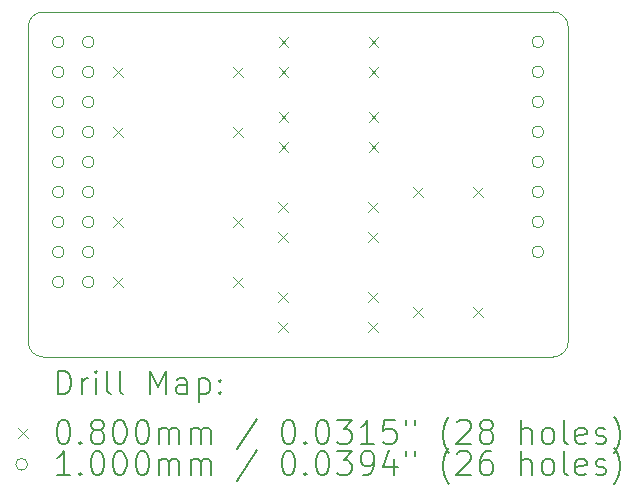
<source format=gbr>
%FSLAX45Y45*%
G04 Gerber Fmt 4.5, Leading zero omitted, Abs format (unit mm)*
G04 Created by KiCad (PCBNEW (6.0.5)) date 2022-06-14 20:53:04*
%MOMM*%
%LPD*%
G01*
G04 APERTURE LIST*
%TA.AperFunction,Profile*%
%ADD10C,0.100000*%
%TD*%
%ADD11C,0.200000*%
%ADD12C,0.080000*%
%ADD13C,0.100000*%
G04 APERTURE END LIST*
D10*
X7366000Y-2667000D02*
G75*
G03*
X7239000Y-2540000I-127000J0D01*
G01*
X7239000Y-2540000D02*
X2921000Y-2540000D01*
X7239000Y-5461000D02*
G75*
G03*
X7366000Y-5334000I0J127000D01*
G01*
X2794000Y-5334000D02*
G75*
G03*
X2921000Y-5461000I127000J0D01*
G01*
X2921000Y-5461000D02*
X7239000Y-5461000D01*
X2921000Y-2540000D02*
G75*
G03*
X2794000Y-2667000I0J-127000D01*
G01*
X7366000Y-5334000D02*
X7366000Y-2667000D01*
X2794000Y-2667000D02*
X2794000Y-5334000D01*
D11*
D12*
X3516000Y-3008000D02*
X3596000Y-3088000D01*
X3596000Y-3008000D02*
X3516000Y-3088000D01*
X3516000Y-3516000D02*
X3596000Y-3596000D01*
X3596000Y-3516000D02*
X3516000Y-3596000D01*
X3516000Y-4278000D02*
X3596000Y-4358000D01*
X3596000Y-4278000D02*
X3516000Y-4358000D01*
X3516000Y-4786000D02*
X3596000Y-4866000D01*
X3596000Y-4786000D02*
X3516000Y-4866000D01*
X4532000Y-3008000D02*
X4612000Y-3088000D01*
X4612000Y-3008000D02*
X4532000Y-3088000D01*
X4532000Y-3516000D02*
X4612000Y-3596000D01*
X4612000Y-3516000D02*
X4532000Y-3596000D01*
X4532000Y-4278000D02*
X4612000Y-4358000D01*
X4612000Y-4278000D02*
X4532000Y-4358000D01*
X4532000Y-4786000D02*
X4612000Y-4866000D01*
X4612000Y-4786000D02*
X4532000Y-4866000D01*
X4912000Y-4151500D02*
X4992000Y-4231500D01*
X4992000Y-4151500D02*
X4912000Y-4231500D01*
X4912000Y-4405500D02*
X4992000Y-4485500D01*
X4992000Y-4405500D02*
X4912000Y-4485500D01*
X4912000Y-4913500D02*
X4992000Y-4993500D01*
X4992000Y-4913500D02*
X4912000Y-4993500D01*
X4912000Y-5167500D02*
X4992000Y-5247500D01*
X4992000Y-5167500D02*
X4912000Y-5247500D01*
X4914000Y-2754000D02*
X4994000Y-2834000D01*
X4994000Y-2754000D02*
X4914000Y-2834000D01*
X4914000Y-3008000D02*
X4994000Y-3088000D01*
X4994000Y-3008000D02*
X4914000Y-3088000D01*
X4914000Y-3388500D02*
X4994000Y-3468500D01*
X4994000Y-3388500D02*
X4914000Y-3468500D01*
X4914000Y-3642500D02*
X4994000Y-3722500D01*
X4994000Y-3642500D02*
X4914000Y-3722500D01*
X5674000Y-4151500D02*
X5754000Y-4231500D01*
X5754000Y-4151500D02*
X5674000Y-4231500D01*
X5674000Y-4405500D02*
X5754000Y-4485500D01*
X5754000Y-4405500D02*
X5674000Y-4485500D01*
X5674000Y-4913500D02*
X5754000Y-4993500D01*
X5754000Y-4913500D02*
X5674000Y-4993500D01*
X5674000Y-5167500D02*
X5754000Y-5247500D01*
X5754000Y-5167500D02*
X5674000Y-5247500D01*
X5676000Y-2754000D02*
X5756000Y-2834000D01*
X5756000Y-2754000D02*
X5676000Y-2834000D01*
X5676000Y-3008000D02*
X5756000Y-3088000D01*
X5756000Y-3008000D02*
X5676000Y-3088000D01*
X5676000Y-3388500D02*
X5756000Y-3468500D01*
X5756000Y-3388500D02*
X5676000Y-3468500D01*
X5676000Y-3642500D02*
X5756000Y-3722500D01*
X5756000Y-3642500D02*
X5676000Y-3722500D01*
X6056000Y-4024000D02*
X6136000Y-4104000D01*
X6136000Y-4024000D02*
X6056000Y-4104000D01*
X6056000Y-5040000D02*
X6136000Y-5120000D01*
X6136000Y-5040000D02*
X6056000Y-5120000D01*
X6564000Y-4024000D02*
X6644000Y-4104000D01*
X6644000Y-4024000D02*
X6564000Y-4104000D01*
X6564000Y-5040000D02*
X6644000Y-5120000D01*
X6644000Y-5040000D02*
X6564000Y-5120000D01*
D13*
X3098000Y-2795000D02*
G75*
G03*
X3098000Y-2795000I-50000J0D01*
G01*
X3098000Y-3049000D02*
G75*
G03*
X3098000Y-3049000I-50000J0D01*
G01*
X3098000Y-3303000D02*
G75*
G03*
X3098000Y-3303000I-50000J0D01*
G01*
X3098000Y-3557000D02*
G75*
G03*
X3098000Y-3557000I-50000J0D01*
G01*
X3098000Y-3811000D02*
G75*
G03*
X3098000Y-3811000I-50000J0D01*
G01*
X3098000Y-4065000D02*
G75*
G03*
X3098000Y-4065000I-50000J0D01*
G01*
X3098000Y-4319000D02*
G75*
G03*
X3098000Y-4319000I-50000J0D01*
G01*
X3098000Y-4573000D02*
G75*
G03*
X3098000Y-4573000I-50000J0D01*
G01*
X3098000Y-4827000D02*
G75*
G03*
X3098000Y-4827000I-50000J0D01*
G01*
X3352000Y-2795000D02*
G75*
G03*
X3352000Y-2795000I-50000J0D01*
G01*
X3352000Y-3049000D02*
G75*
G03*
X3352000Y-3049000I-50000J0D01*
G01*
X3352000Y-3303000D02*
G75*
G03*
X3352000Y-3303000I-50000J0D01*
G01*
X3352000Y-3557000D02*
G75*
G03*
X3352000Y-3557000I-50000J0D01*
G01*
X3352000Y-3811000D02*
G75*
G03*
X3352000Y-3811000I-50000J0D01*
G01*
X3352000Y-4065000D02*
G75*
G03*
X3352000Y-4065000I-50000J0D01*
G01*
X3352000Y-4319000D02*
G75*
G03*
X3352000Y-4319000I-50000J0D01*
G01*
X3352000Y-4573000D02*
G75*
G03*
X3352000Y-4573000I-50000J0D01*
G01*
X3352000Y-4827000D02*
G75*
G03*
X3352000Y-4827000I-50000J0D01*
G01*
X7159500Y-2794000D02*
G75*
G03*
X7159500Y-2794000I-50000J0D01*
G01*
X7159500Y-3048000D02*
G75*
G03*
X7159500Y-3048000I-50000J0D01*
G01*
X7159500Y-3302000D02*
G75*
G03*
X7159500Y-3302000I-50000J0D01*
G01*
X7159500Y-3556000D02*
G75*
G03*
X7159500Y-3556000I-50000J0D01*
G01*
X7159500Y-3810000D02*
G75*
G03*
X7159500Y-3810000I-50000J0D01*
G01*
X7159500Y-4064000D02*
G75*
G03*
X7159500Y-4064000I-50000J0D01*
G01*
X7159500Y-4318000D02*
G75*
G03*
X7159500Y-4318000I-50000J0D01*
G01*
X7159500Y-4572000D02*
G75*
G03*
X7159500Y-4572000I-50000J0D01*
G01*
D11*
X3046619Y-5776476D02*
X3046619Y-5576476D01*
X3094238Y-5576476D01*
X3122809Y-5586000D01*
X3141857Y-5605048D01*
X3151381Y-5624095D01*
X3160905Y-5662190D01*
X3160905Y-5690762D01*
X3151381Y-5728857D01*
X3141857Y-5747905D01*
X3122809Y-5766952D01*
X3094238Y-5776476D01*
X3046619Y-5776476D01*
X3246619Y-5776476D02*
X3246619Y-5643143D01*
X3246619Y-5681238D02*
X3256143Y-5662190D01*
X3265667Y-5652667D01*
X3284714Y-5643143D01*
X3303762Y-5643143D01*
X3370428Y-5776476D02*
X3370428Y-5643143D01*
X3370428Y-5576476D02*
X3360905Y-5586000D01*
X3370428Y-5595524D01*
X3379952Y-5586000D01*
X3370428Y-5576476D01*
X3370428Y-5595524D01*
X3494238Y-5776476D02*
X3475190Y-5766952D01*
X3465667Y-5747905D01*
X3465667Y-5576476D01*
X3599000Y-5776476D02*
X3579952Y-5766952D01*
X3570428Y-5747905D01*
X3570428Y-5576476D01*
X3827571Y-5776476D02*
X3827571Y-5576476D01*
X3894238Y-5719333D01*
X3960905Y-5576476D01*
X3960905Y-5776476D01*
X4141857Y-5776476D02*
X4141857Y-5671714D01*
X4132333Y-5652667D01*
X4113286Y-5643143D01*
X4075190Y-5643143D01*
X4056143Y-5652667D01*
X4141857Y-5766952D02*
X4122809Y-5776476D01*
X4075190Y-5776476D01*
X4056143Y-5766952D01*
X4046619Y-5747905D01*
X4046619Y-5728857D01*
X4056143Y-5709809D01*
X4075190Y-5700286D01*
X4122809Y-5700286D01*
X4141857Y-5690762D01*
X4237095Y-5643143D02*
X4237095Y-5843143D01*
X4237095Y-5652667D02*
X4256143Y-5643143D01*
X4294238Y-5643143D01*
X4313286Y-5652667D01*
X4322810Y-5662190D01*
X4332333Y-5681238D01*
X4332333Y-5738381D01*
X4322810Y-5757428D01*
X4313286Y-5766952D01*
X4294238Y-5776476D01*
X4256143Y-5776476D01*
X4237095Y-5766952D01*
X4418048Y-5757428D02*
X4427571Y-5766952D01*
X4418048Y-5776476D01*
X4408524Y-5766952D01*
X4418048Y-5757428D01*
X4418048Y-5776476D01*
X4418048Y-5652667D02*
X4427571Y-5662190D01*
X4418048Y-5671714D01*
X4408524Y-5662190D01*
X4418048Y-5652667D01*
X4418048Y-5671714D01*
D12*
X2709000Y-6066000D02*
X2789000Y-6146000D01*
X2789000Y-6066000D02*
X2709000Y-6146000D01*
D11*
X3084714Y-5996476D02*
X3103762Y-5996476D01*
X3122809Y-6006000D01*
X3132333Y-6015524D01*
X3141857Y-6034571D01*
X3151381Y-6072667D01*
X3151381Y-6120286D01*
X3141857Y-6158381D01*
X3132333Y-6177428D01*
X3122809Y-6186952D01*
X3103762Y-6196476D01*
X3084714Y-6196476D01*
X3065667Y-6186952D01*
X3056143Y-6177428D01*
X3046619Y-6158381D01*
X3037095Y-6120286D01*
X3037095Y-6072667D01*
X3046619Y-6034571D01*
X3056143Y-6015524D01*
X3065667Y-6006000D01*
X3084714Y-5996476D01*
X3237095Y-6177428D02*
X3246619Y-6186952D01*
X3237095Y-6196476D01*
X3227571Y-6186952D01*
X3237095Y-6177428D01*
X3237095Y-6196476D01*
X3360905Y-6082190D02*
X3341857Y-6072667D01*
X3332333Y-6063143D01*
X3322809Y-6044095D01*
X3322809Y-6034571D01*
X3332333Y-6015524D01*
X3341857Y-6006000D01*
X3360905Y-5996476D01*
X3399000Y-5996476D01*
X3418048Y-6006000D01*
X3427571Y-6015524D01*
X3437095Y-6034571D01*
X3437095Y-6044095D01*
X3427571Y-6063143D01*
X3418048Y-6072667D01*
X3399000Y-6082190D01*
X3360905Y-6082190D01*
X3341857Y-6091714D01*
X3332333Y-6101238D01*
X3322809Y-6120286D01*
X3322809Y-6158381D01*
X3332333Y-6177428D01*
X3341857Y-6186952D01*
X3360905Y-6196476D01*
X3399000Y-6196476D01*
X3418048Y-6186952D01*
X3427571Y-6177428D01*
X3437095Y-6158381D01*
X3437095Y-6120286D01*
X3427571Y-6101238D01*
X3418048Y-6091714D01*
X3399000Y-6082190D01*
X3560905Y-5996476D02*
X3579952Y-5996476D01*
X3599000Y-6006000D01*
X3608524Y-6015524D01*
X3618048Y-6034571D01*
X3627571Y-6072667D01*
X3627571Y-6120286D01*
X3618048Y-6158381D01*
X3608524Y-6177428D01*
X3599000Y-6186952D01*
X3579952Y-6196476D01*
X3560905Y-6196476D01*
X3541857Y-6186952D01*
X3532333Y-6177428D01*
X3522809Y-6158381D01*
X3513286Y-6120286D01*
X3513286Y-6072667D01*
X3522809Y-6034571D01*
X3532333Y-6015524D01*
X3541857Y-6006000D01*
X3560905Y-5996476D01*
X3751381Y-5996476D02*
X3770428Y-5996476D01*
X3789476Y-6006000D01*
X3799000Y-6015524D01*
X3808524Y-6034571D01*
X3818048Y-6072667D01*
X3818048Y-6120286D01*
X3808524Y-6158381D01*
X3799000Y-6177428D01*
X3789476Y-6186952D01*
X3770428Y-6196476D01*
X3751381Y-6196476D01*
X3732333Y-6186952D01*
X3722809Y-6177428D01*
X3713286Y-6158381D01*
X3703762Y-6120286D01*
X3703762Y-6072667D01*
X3713286Y-6034571D01*
X3722809Y-6015524D01*
X3732333Y-6006000D01*
X3751381Y-5996476D01*
X3903762Y-6196476D02*
X3903762Y-6063143D01*
X3903762Y-6082190D02*
X3913286Y-6072667D01*
X3932333Y-6063143D01*
X3960905Y-6063143D01*
X3979952Y-6072667D01*
X3989476Y-6091714D01*
X3989476Y-6196476D01*
X3989476Y-6091714D02*
X3999000Y-6072667D01*
X4018048Y-6063143D01*
X4046619Y-6063143D01*
X4065667Y-6072667D01*
X4075190Y-6091714D01*
X4075190Y-6196476D01*
X4170428Y-6196476D02*
X4170428Y-6063143D01*
X4170428Y-6082190D02*
X4179952Y-6072667D01*
X4199000Y-6063143D01*
X4227571Y-6063143D01*
X4246619Y-6072667D01*
X4256143Y-6091714D01*
X4256143Y-6196476D01*
X4256143Y-6091714D02*
X4265667Y-6072667D01*
X4284714Y-6063143D01*
X4313286Y-6063143D01*
X4332333Y-6072667D01*
X4341857Y-6091714D01*
X4341857Y-6196476D01*
X4732333Y-5986952D02*
X4560905Y-6244095D01*
X4989476Y-5996476D02*
X5008524Y-5996476D01*
X5027571Y-6006000D01*
X5037095Y-6015524D01*
X5046619Y-6034571D01*
X5056143Y-6072667D01*
X5056143Y-6120286D01*
X5046619Y-6158381D01*
X5037095Y-6177428D01*
X5027571Y-6186952D01*
X5008524Y-6196476D01*
X4989476Y-6196476D01*
X4970429Y-6186952D01*
X4960905Y-6177428D01*
X4951381Y-6158381D01*
X4941857Y-6120286D01*
X4941857Y-6072667D01*
X4951381Y-6034571D01*
X4960905Y-6015524D01*
X4970429Y-6006000D01*
X4989476Y-5996476D01*
X5141857Y-6177428D02*
X5151381Y-6186952D01*
X5141857Y-6196476D01*
X5132333Y-6186952D01*
X5141857Y-6177428D01*
X5141857Y-6196476D01*
X5275190Y-5996476D02*
X5294238Y-5996476D01*
X5313286Y-6006000D01*
X5322810Y-6015524D01*
X5332333Y-6034571D01*
X5341857Y-6072667D01*
X5341857Y-6120286D01*
X5332333Y-6158381D01*
X5322810Y-6177428D01*
X5313286Y-6186952D01*
X5294238Y-6196476D01*
X5275190Y-6196476D01*
X5256143Y-6186952D01*
X5246619Y-6177428D01*
X5237095Y-6158381D01*
X5227571Y-6120286D01*
X5227571Y-6072667D01*
X5237095Y-6034571D01*
X5246619Y-6015524D01*
X5256143Y-6006000D01*
X5275190Y-5996476D01*
X5408524Y-5996476D02*
X5532333Y-5996476D01*
X5465667Y-6072667D01*
X5494238Y-6072667D01*
X5513286Y-6082190D01*
X5522810Y-6091714D01*
X5532333Y-6110762D01*
X5532333Y-6158381D01*
X5522810Y-6177428D01*
X5513286Y-6186952D01*
X5494238Y-6196476D01*
X5437095Y-6196476D01*
X5418048Y-6186952D01*
X5408524Y-6177428D01*
X5722809Y-6196476D02*
X5608524Y-6196476D01*
X5665667Y-6196476D02*
X5665667Y-5996476D01*
X5646619Y-6025048D01*
X5627571Y-6044095D01*
X5608524Y-6053619D01*
X5903762Y-5996476D02*
X5808524Y-5996476D01*
X5799000Y-6091714D01*
X5808524Y-6082190D01*
X5827571Y-6072667D01*
X5875190Y-6072667D01*
X5894238Y-6082190D01*
X5903762Y-6091714D01*
X5913286Y-6110762D01*
X5913286Y-6158381D01*
X5903762Y-6177428D01*
X5894238Y-6186952D01*
X5875190Y-6196476D01*
X5827571Y-6196476D01*
X5808524Y-6186952D01*
X5799000Y-6177428D01*
X5989476Y-5996476D02*
X5989476Y-6034571D01*
X6065667Y-5996476D02*
X6065667Y-6034571D01*
X6360905Y-6272667D02*
X6351381Y-6263143D01*
X6332333Y-6234571D01*
X6322809Y-6215524D01*
X6313286Y-6186952D01*
X6303762Y-6139333D01*
X6303762Y-6101238D01*
X6313286Y-6053619D01*
X6322809Y-6025048D01*
X6332333Y-6006000D01*
X6351381Y-5977428D01*
X6360905Y-5967905D01*
X6427571Y-6015524D02*
X6437095Y-6006000D01*
X6456143Y-5996476D01*
X6503762Y-5996476D01*
X6522809Y-6006000D01*
X6532333Y-6015524D01*
X6541857Y-6034571D01*
X6541857Y-6053619D01*
X6532333Y-6082190D01*
X6418048Y-6196476D01*
X6541857Y-6196476D01*
X6656143Y-6082190D02*
X6637095Y-6072667D01*
X6627571Y-6063143D01*
X6618048Y-6044095D01*
X6618048Y-6034571D01*
X6627571Y-6015524D01*
X6637095Y-6006000D01*
X6656143Y-5996476D01*
X6694238Y-5996476D01*
X6713286Y-6006000D01*
X6722809Y-6015524D01*
X6732333Y-6034571D01*
X6732333Y-6044095D01*
X6722809Y-6063143D01*
X6713286Y-6072667D01*
X6694238Y-6082190D01*
X6656143Y-6082190D01*
X6637095Y-6091714D01*
X6627571Y-6101238D01*
X6618048Y-6120286D01*
X6618048Y-6158381D01*
X6627571Y-6177428D01*
X6637095Y-6186952D01*
X6656143Y-6196476D01*
X6694238Y-6196476D01*
X6713286Y-6186952D01*
X6722809Y-6177428D01*
X6732333Y-6158381D01*
X6732333Y-6120286D01*
X6722809Y-6101238D01*
X6713286Y-6091714D01*
X6694238Y-6082190D01*
X6970428Y-6196476D02*
X6970428Y-5996476D01*
X7056143Y-6196476D02*
X7056143Y-6091714D01*
X7046619Y-6072667D01*
X7027571Y-6063143D01*
X6999000Y-6063143D01*
X6979952Y-6072667D01*
X6970428Y-6082190D01*
X7179952Y-6196476D02*
X7160905Y-6186952D01*
X7151381Y-6177428D01*
X7141857Y-6158381D01*
X7141857Y-6101238D01*
X7151381Y-6082190D01*
X7160905Y-6072667D01*
X7179952Y-6063143D01*
X7208524Y-6063143D01*
X7227571Y-6072667D01*
X7237095Y-6082190D01*
X7246619Y-6101238D01*
X7246619Y-6158381D01*
X7237095Y-6177428D01*
X7227571Y-6186952D01*
X7208524Y-6196476D01*
X7179952Y-6196476D01*
X7360905Y-6196476D02*
X7341857Y-6186952D01*
X7332333Y-6167905D01*
X7332333Y-5996476D01*
X7513286Y-6186952D02*
X7494238Y-6196476D01*
X7456143Y-6196476D01*
X7437095Y-6186952D01*
X7427571Y-6167905D01*
X7427571Y-6091714D01*
X7437095Y-6072667D01*
X7456143Y-6063143D01*
X7494238Y-6063143D01*
X7513286Y-6072667D01*
X7522809Y-6091714D01*
X7522809Y-6110762D01*
X7427571Y-6129809D01*
X7599000Y-6186952D02*
X7618048Y-6196476D01*
X7656143Y-6196476D01*
X7675190Y-6186952D01*
X7684714Y-6167905D01*
X7684714Y-6158381D01*
X7675190Y-6139333D01*
X7656143Y-6129809D01*
X7627571Y-6129809D01*
X7608524Y-6120286D01*
X7599000Y-6101238D01*
X7599000Y-6091714D01*
X7608524Y-6072667D01*
X7627571Y-6063143D01*
X7656143Y-6063143D01*
X7675190Y-6072667D01*
X7751381Y-6272667D02*
X7760905Y-6263143D01*
X7779952Y-6234571D01*
X7789476Y-6215524D01*
X7799000Y-6186952D01*
X7808524Y-6139333D01*
X7808524Y-6101238D01*
X7799000Y-6053619D01*
X7789476Y-6025048D01*
X7779952Y-6006000D01*
X7760905Y-5977428D01*
X7751381Y-5967905D01*
D13*
X2789000Y-6370000D02*
G75*
G03*
X2789000Y-6370000I-50000J0D01*
G01*
D11*
X3151381Y-6460476D02*
X3037095Y-6460476D01*
X3094238Y-6460476D02*
X3094238Y-6260476D01*
X3075190Y-6289048D01*
X3056143Y-6308095D01*
X3037095Y-6317619D01*
X3237095Y-6441428D02*
X3246619Y-6450952D01*
X3237095Y-6460476D01*
X3227571Y-6450952D01*
X3237095Y-6441428D01*
X3237095Y-6460476D01*
X3370428Y-6260476D02*
X3389476Y-6260476D01*
X3408524Y-6270000D01*
X3418048Y-6279524D01*
X3427571Y-6298571D01*
X3437095Y-6336667D01*
X3437095Y-6384286D01*
X3427571Y-6422381D01*
X3418048Y-6441428D01*
X3408524Y-6450952D01*
X3389476Y-6460476D01*
X3370428Y-6460476D01*
X3351381Y-6450952D01*
X3341857Y-6441428D01*
X3332333Y-6422381D01*
X3322809Y-6384286D01*
X3322809Y-6336667D01*
X3332333Y-6298571D01*
X3341857Y-6279524D01*
X3351381Y-6270000D01*
X3370428Y-6260476D01*
X3560905Y-6260476D02*
X3579952Y-6260476D01*
X3599000Y-6270000D01*
X3608524Y-6279524D01*
X3618048Y-6298571D01*
X3627571Y-6336667D01*
X3627571Y-6384286D01*
X3618048Y-6422381D01*
X3608524Y-6441428D01*
X3599000Y-6450952D01*
X3579952Y-6460476D01*
X3560905Y-6460476D01*
X3541857Y-6450952D01*
X3532333Y-6441428D01*
X3522809Y-6422381D01*
X3513286Y-6384286D01*
X3513286Y-6336667D01*
X3522809Y-6298571D01*
X3532333Y-6279524D01*
X3541857Y-6270000D01*
X3560905Y-6260476D01*
X3751381Y-6260476D02*
X3770428Y-6260476D01*
X3789476Y-6270000D01*
X3799000Y-6279524D01*
X3808524Y-6298571D01*
X3818048Y-6336667D01*
X3818048Y-6384286D01*
X3808524Y-6422381D01*
X3799000Y-6441428D01*
X3789476Y-6450952D01*
X3770428Y-6460476D01*
X3751381Y-6460476D01*
X3732333Y-6450952D01*
X3722809Y-6441428D01*
X3713286Y-6422381D01*
X3703762Y-6384286D01*
X3703762Y-6336667D01*
X3713286Y-6298571D01*
X3722809Y-6279524D01*
X3732333Y-6270000D01*
X3751381Y-6260476D01*
X3903762Y-6460476D02*
X3903762Y-6327143D01*
X3903762Y-6346190D02*
X3913286Y-6336667D01*
X3932333Y-6327143D01*
X3960905Y-6327143D01*
X3979952Y-6336667D01*
X3989476Y-6355714D01*
X3989476Y-6460476D01*
X3989476Y-6355714D02*
X3999000Y-6336667D01*
X4018048Y-6327143D01*
X4046619Y-6327143D01*
X4065667Y-6336667D01*
X4075190Y-6355714D01*
X4075190Y-6460476D01*
X4170428Y-6460476D02*
X4170428Y-6327143D01*
X4170428Y-6346190D02*
X4179952Y-6336667D01*
X4199000Y-6327143D01*
X4227571Y-6327143D01*
X4246619Y-6336667D01*
X4256143Y-6355714D01*
X4256143Y-6460476D01*
X4256143Y-6355714D02*
X4265667Y-6336667D01*
X4284714Y-6327143D01*
X4313286Y-6327143D01*
X4332333Y-6336667D01*
X4341857Y-6355714D01*
X4341857Y-6460476D01*
X4732333Y-6250952D02*
X4560905Y-6508095D01*
X4989476Y-6260476D02*
X5008524Y-6260476D01*
X5027571Y-6270000D01*
X5037095Y-6279524D01*
X5046619Y-6298571D01*
X5056143Y-6336667D01*
X5056143Y-6384286D01*
X5046619Y-6422381D01*
X5037095Y-6441428D01*
X5027571Y-6450952D01*
X5008524Y-6460476D01*
X4989476Y-6460476D01*
X4970429Y-6450952D01*
X4960905Y-6441428D01*
X4951381Y-6422381D01*
X4941857Y-6384286D01*
X4941857Y-6336667D01*
X4951381Y-6298571D01*
X4960905Y-6279524D01*
X4970429Y-6270000D01*
X4989476Y-6260476D01*
X5141857Y-6441428D02*
X5151381Y-6450952D01*
X5141857Y-6460476D01*
X5132333Y-6450952D01*
X5141857Y-6441428D01*
X5141857Y-6460476D01*
X5275190Y-6260476D02*
X5294238Y-6260476D01*
X5313286Y-6270000D01*
X5322810Y-6279524D01*
X5332333Y-6298571D01*
X5341857Y-6336667D01*
X5341857Y-6384286D01*
X5332333Y-6422381D01*
X5322810Y-6441428D01*
X5313286Y-6450952D01*
X5294238Y-6460476D01*
X5275190Y-6460476D01*
X5256143Y-6450952D01*
X5246619Y-6441428D01*
X5237095Y-6422381D01*
X5227571Y-6384286D01*
X5227571Y-6336667D01*
X5237095Y-6298571D01*
X5246619Y-6279524D01*
X5256143Y-6270000D01*
X5275190Y-6260476D01*
X5408524Y-6260476D02*
X5532333Y-6260476D01*
X5465667Y-6336667D01*
X5494238Y-6336667D01*
X5513286Y-6346190D01*
X5522810Y-6355714D01*
X5532333Y-6374762D01*
X5532333Y-6422381D01*
X5522810Y-6441428D01*
X5513286Y-6450952D01*
X5494238Y-6460476D01*
X5437095Y-6460476D01*
X5418048Y-6450952D01*
X5408524Y-6441428D01*
X5627571Y-6460476D02*
X5665667Y-6460476D01*
X5684714Y-6450952D01*
X5694238Y-6441428D01*
X5713286Y-6412857D01*
X5722809Y-6374762D01*
X5722809Y-6298571D01*
X5713286Y-6279524D01*
X5703762Y-6270000D01*
X5684714Y-6260476D01*
X5646619Y-6260476D01*
X5627571Y-6270000D01*
X5618048Y-6279524D01*
X5608524Y-6298571D01*
X5608524Y-6346190D01*
X5618048Y-6365238D01*
X5627571Y-6374762D01*
X5646619Y-6384286D01*
X5684714Y-6384286D01*
X5703762Y-6374762D01*
X5713286Y-6365238D01*
X5722809Y-6346190D01*
X5894238Y-6327143D02*
X5894238Y-6460476D01*
X5846619Y-6250952D02*
X5799000Y-6393809D01*
X5922809Y-6393809D01*
X5989476Y-6260476D02*
X5989476Y-6298571D01*
X6065667Y-6260476D02*
X6065667Y-6298571D01*
X6360905Y-6536667D02*
X6351381Y-6527143D01*
X6332333Y-6498571D01*
X6322809Y-6479524D01*
X6313286Y-6450952D01*
X6303762Y-6403333D01*
X6303762Y-6365238D01*
X6313286Y-6317619D01*
X6322809Y-6289048D01*
X6332333Y-6270000D01*
X6351381Y-6241428D01*
X6360905Y-6231905D01*
X6427571Y-6279524D02*
X6437095Y-6270000D01*
X6456143Y-6260476D01*
X6503762Y-6260476D01*
X6522809Y-6270000D01*
X6532333Y-6279524D01*
X6541857Y-6298571D01*
X6541857Y-6317619D01*
X6532333Y-6346190D01*
X6418048Y-6460476D01*
X6541857Y-6460476D01*
X6713286Y-6260476D02*
X6675190Y-6260476D01*
X6656143Y-6270000D01*
X6646619Y-6279524D01*
X6627571Y-6308095D01*
X6618048Y-6346190D01*
X6618048Y-6422381D01*
X6627571Y-6441428D01*
X6637095Y-6450952D01*
X6656143Y-6460476D01*
X6694238Y-6460476D01*
X6713286Y-6450952D01*
X6722809Y-6441428D01*
X6732333Y-6422381D01*
X6732333Y-6374762D01*
X6722809Y-6355714D01*
X6713286Y-6346190D01*
X6694238Y-6336667D01*
X6656143Y-6336667D01*
X6637095Y-6346190D01*
X6627571Y-6355714D01*
X6618048Y-6374762D01*
X6970428Y-6460476D02*
X6970428Y-6260476D01*
X7056143Y-6460476D02*
X7056143Y-6355714D01*
X7046619Y-6336667D01*
X7027571Y-6327143D01*
X6999000Y-6327143D01*
X6979952Y-6336667D01*
X6970428Y-6346190D01*
X7179952Y-6460476D02*
X7160905Y-6450952D01*
X7151381Y-6441428D01*
X7141857Y-6422381D01*
X7141857Y-6365238D01*
X7151381Y-6346190D01*
X7160905Y-6336667D01*
X7179952Y-6327143D01*
X7208524Y-6327143D01*
X7227571Y-6336667D01*
X7237095Y-6346190D01*
X7246619Y-6365238D01*
X7246619Y-6422381D01*
X7237095Y-6441428D01*
X7227571Y-6450952D01*
X7208524Y-6460476D01*
X7179952Y-6460476D01*
X7360905Y-6460476D02*
X7341857Y-6450952D01*
X7332333Y-6431905D01*
X7332333Y-6260476D01*
X7513286Y-6450952D02*
X7494238Y-6460476D01*
X7456143Y-6460476D01*
X7437095Y-6450952D01*
X7427571Y-6431905D01*
X7427571Y-6355714D01*
X7437095Y-6336667D01*
X7456143Y-6327143D01*
X7494238Y-6327143D01*
X7513286Y-6336667D01*
X7522809Y-6355714D01*
X7522809Y-6374762D01*
X7427571Y-6393809D01*
X7599000Y-6450952D02*
X7618048Y-6460476D01*
X7656143Y-6460476D01*
X7675190Y-6450952D01*
X7684714Y-6431905D01*
X7684714Y-6422381D01*
X7675190Y-6403333D01*
X7656143Y-6393809D01*
X7627571Y-6393809D01*
X7608524Y-6384286D01*
X7599000Y-6365238D01*
X7599000Y-6355714D01*
X7608524Y-6336667D01*
X7627571Y-6327143D01*
X7656143Y-6327143D01*
X7675190Y-6336667D01*
X7751381Y-6536667D02*
X7760905Y-6527143D01*
X7779952Y-6498571D01*
X7789476Y-6479524D01*
X7799000Y-6450952D01*
X7808524Y-6403333D01*
X7808524Y-6365238D01*
X7799000Y-6317619D01*
X7789476Y-6289048D01*
X7779952Y-6270000D01*
X7760905Y-6241428D01*
X7751381Y-6231905D01*
M02*

</source>
